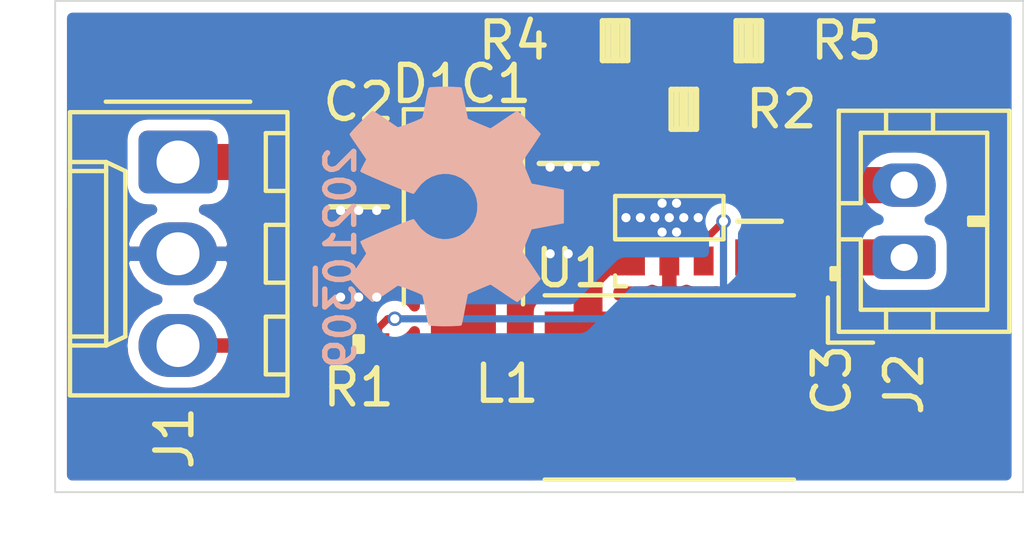
<source format=kicad_pcb>
(kicad_pcb (version 20171130) (host pcbnew 5.1.9-73d0e3b20d~88~ubuntu20.10.1)

  (general
    (thickness 1.6)
    (drawings 4)
    (tracks 74)
    (zones 0)
    (modules 14)
    (nets 9)
  )

  (page A4)
  (layers
    (0 F.Cu signal)
    (31 B.Cu signal)
    (32 B.Adhes user)
    (33 F.Adhes user)
    (34 B.Paste user)
    (35 F.Paste user)
    (36 B.SilkS user)
    (37 F.SilkS user)
    (38 B.Mask user)
    (39 F.Mask user)
    (40 Dwgs.User user)
    (41 Cmts.User user)
    (42 Eco1.User user)
    (43 Eco2.User user)
    (44 Edge.Cuts user)
    (45 Margin user)
    (46 B.CrtYd user)
    (47 F.CrtYd user)
    (48 B.Fab user)
    (49 F.Fab user)
  )

  (setup
    (last_trace_width 0.6)
    (user_trace_width 0.2)
    (user_trace_width 0.3)
    (user_trace_width 0.4)
    (user_trace_width 0.6)
    (user_trace_width 0.8)
    (user_trace_width 1)
    (user_trace_width 1.2)
    (user_trace_width 1.4)
    (user_trace_width 1.6)
    (user_trace_width 2)
    (trace_clearance 0.2)
    (zone_clearance 0.3)
    (zone_45_only no)
    (trace_min 0.1524)
    (via_size 0.8)
    (via_drill 0.4)
    (via_min_size 0.381)
    (via_min_drill 0.254)
    (user_via 0.4 0.254)
    (user_via 0.5 0.3)
    (user_via 0.6 0.4)
    (user_via 0.8 0.6)
    (user_via 1.1 0.8)
    (user_via 1.3 1)
    (user_via 1.5 1.2)
    (user_via 1.7 1.4)
    (user_via 1.9 1.6)
    (user_via 2.5 2)
    (uvia_size 0.3)
    (uvia_drill 0.1)
    (uvias_allowed no)
    (uvia_min_size 0.2)
    (uvia_min_drill 0.1)
    (edge_width 0.05)
    (segment_width 0.2)
    (pcb_text_width 0.3)
    (pcb_text_size 1.5 1.5)
    (mod_edge_width 0.12)
    (mod_text_size 0.8 0.8)
    (mod_text_width 0.12)
    (pad_size 0.55 0.8)
    (pad_drill 0)
    (pad_to_mask_clearance 0.0762)
    (solder_mask_min_width 0.1016)
    (pad_to_paste_clearance_ratio -0.1)
    (aux_axis_origin 0 0)
    (visible_elements FFFFFF7F)
    (pcbplotparams
      (layerselection 0x010fc_ffffffff)
      (usegerberextensions false)
      (usegerberattributes true)
      (usegerberadvancedattributes true)
      (creategerberjobfile true)
      (excludeedgelayer true)
      (linewidth 0.100000)
      (plotframeref false)
      (viasonmask false)
      (mode 1)
      (useauxorigin false)
      (hpglpennumber 1)
      (hpglpenspeed 20)
      (hpglpendiameter 15.000000)
      (psnegative false)
      (psa4output false)
      (plotreference true)
      (plotvalue true)
      (plotinvisibletext false)
      (padsonsilk false)
      (subtractmaskfromsilk false)
      (outputformat 1)
      (mirror false)
      (drillshape 1)
      (scaleselection 1)
      (outputdirectory ""))
  )

  (net 0 "")
  (net 1 /GND)
  (net 2 /Vin)
  (net 3 /LED-)
  (net 4 /LED+)
  (net 5 /SW)
  (net 6 /Ctrl)
  (net 7 "Net-(R1-Pad1)")
  (net 8 "Net-(R4-Pad1)")

  (net_class Default "This is the default net class."
    (clearance 0.2)
    (trace_width 0.25)
    (via_dia 0.8)
    (via_drill 0.4)
    (uvia_dia 0.3)
    (uvia_drill 0.1)
    (add_net /Ctrl)
    (add_net /GND)
    (add_net /LED+)
    (add_net /LED-)
    (add_net /SW)
    (add_net /Vin)
    (add_net "Net-(R1-Pad1)")
    (add_net "Net-(R4-Pad1)")
  )

  (module SquantorIC:SOT25-diodesinc (layer F.Cu) (tedit 604A7F16) (tstamp 6049AD6F)
    (at 156 77)
    (descr "SOT25 by Diodes Incorporated")
    (tags "SOT25 diodesinc")
    (path /6047CB05)
    (attr smd)
    (fp_text reference U1 (at -2.7 1.4) (layer F.SilkS)
      (effects (font (size 1 1) (thickness 0.15)))
    )
    (fp_text value AL8805 (at -3 1.4) (layer F.Fab)
      (effects (font (size 1 1) (thickness 0.15)))
    )
    (fp_line (start -1.5 -0.6) (end 1.5 -0.6) (layer F.SilkS) (width 0.12))
    (fp_line (start -1.5 0.6) (end -1.5 -0.6) (layer F.SilkS) (width 0.12))
    (fp_line (start 1.5 0.6) (end -1.5 0.6) (layer F.SilkS) (width 0.12))
    (fp_line (start 1.5 -0.6) (end 1.5 0.6) (layer F.SilkS) (width 0.12))
    (fp_line (start -1.5 1.9) (end -1.2 1.9) (layer F.SilkS) (width 0.12))
    (fp_line (start -1.5 1.6) (end -1.5 1.9) (layer F.SilkS) (width 0.12))
    (fp_line (start 1.5 -1.9) (end -1.5 -1.9) (layer F.CrtYd) (width 0.05))
    (fp_line (start 1.5 1.9) (end 1.5 -1.9) (layer F.CrtYd) (width 0.05))
    (fp_line (start -1.5 1.9) (end 1.5 1.9) (layer F.CrtYd) (width 0.05))
    (fp_line (start -1.5 -1.9) (end -1.5 1.9) (layer F.CrtYd) (width 0.05))
    (pad 5 smd rect (at -0.95 -1.2) (size 0.55 0.8) (layers F.Cu F.Paste F.Mask)
      (net 2 /Vin))
    (pad 4 smd rect (at 0.95 -1.2) (size 0.55 0.8) (layers F.Cu F.Paste F.Mask)
      (net 4 /LED+))
    (pad 3 smd rect (at 0.95 1.2) (size 0.55 0.8) (layers F.Cu F.Paste F.Mask)
      (net 7 "Net-(R1-Pad1)"))
    (pad 2 smd rect (at 0 1.2) (size 0.55 0.8) (layers F.Cu F.Paste F.Mask)
      (net 1 /GND) (zone_connect 2))
    (pad 1 smd rect (at -0.95 1.2) (size 0.55 0.8) (layers F.Cu F.Paste F.Mask)
      (net 5 /SW))
    (model ${KISYS3DMOD}/Package_TO_SOT_SMD.3dshapes/SOT-23-5.step
      (at (xyz 0 0 0))
      (scale (xyz 1 1 1))
      (rotate (xyz 0 0 -90))
    )
  )

  (module SquantorRcl:R_0805_hand (layer F.Cu) (tedit 5D4403EC) (tstamp 60482668)
    (at 158.2 72.1)
    (descr "Resistor SMD 0805, reflow soldering, Vishay (see dcrcw.pdf)")
    (tags "resistor 0805")
    (path /6047F2F3)
    (attr smd)
    (fp_text reference R5 (at 2.7 0) (layer F.SilkS)
      (effects (font (size 1 1) (thickness 0.15)))
    )
    (fp_text value TBD (at 2.8 0) (layer F.Fab)
      (effects (font (size 1 1) (thickness 0.15)))
    )
    (fp_line (start -1 0.625) (end -1 -0.625) (layer F.Fab) (width 0.1))
    (fp_line (start 1 0.625) (end -1 0.625) (layer F.Fab) (width 0.1))
    (fp_line (start 1 -0.625) (end 1 0.625) (layer F.Fab) (width 0.1))
    (fp_line (start -1 -0.625) (end 1 -0.625) (layer F.Fab) (width 0.1))
    (fp_line (start -1.85 -0.95) (end 1.85 -0.95) (layer F.CrtYd) (width 0.05))
    (fp_line (start -1.85 0.95) (end 1.85 0.95) (layer F.CrtYd) (width 0.05))
    (fp_line (start -1.85 -0.95) (end -1.85 0.95) (layer F.CrtYd) (width 0.05))
    (fp_line (start 1.85 -0.95) (end 1.85 0.95) (layer F.CrtYd) (width 0.05))
    (fp_line (start -0.35 -0.55) (end -0.35 0.55) (layer F.SilkS) (width 0.15))
    (fp_line (start 0.35 0.55) (end 0.35 -0.55) (layer F.SilkS) (width 0.15))
    (fp_line (start -0.35 -0.55) (end 0.35 -0.55) (layer F.SilkS) (width 0.15))
    (fp_line (start 0.35 -0.55) (end 0.35 0.55) (layer F.SilkS) (width 0.15))
    (fp_line (start 0.35 0.55) (end -0.35 0.55) (layer F.SilkS) (width 0.15))
    (fp_line (start -0.35 0.55) (end -0.15 0.55) (layer F.SilkS) (width 0.15))
    (fp_line (start -0.2 0.55) (end -0.2 -0.55) (layer F.SilkS) (width 0.15))
    (fp_line (start 0.2 -0.55) (end 0.2 0.55) (layer F.SilkS) (width 0.15))
    (fp_line (start 0.2 0.55) (end 0.1 0.55) (layer F.SilkS) (width 0.15))
    (fp_line (start -0.05 -0.55) (end -0.05 0.55) (layer F.SilkS) (width 0.15))
    (fp_line (start 0.05 0.55) (end 0.05 -0.55) (layer F.SilkS) (width 0.15))
    (pad 2 smd rect (at 1.1 0) (size 1 1.3) (layers F.Cu F.Paste F.Mask)
      (net 4 /LED+))
    (pad 1 smd rect (at -1.1 0) (size 1 1.3) (layers F.Cu F.Paste F.Mask)
      (net 8 "Net-(R4-Pad1)"))
    (model ${KISYS3DMOD}/Resistor_SMD.3dshapes/R_0805_2012Metric.step
      (at (xyz 0 0 0))
      (scale (xyz 1 1 1))
      (rotate (xyz 0 0 0))
    )
  )

  (module SquantorRcl:R_0805_hand (layer F.Cu) (tedit 5D4403EC) (tstamp 6048264F)
    (at 154.5 72.1 180)
    (descr "Resistor SMD 0805, reflow soldering, Vishay (see dcrcw.pdf)")
    (tags "resistor 0805")
    (path /6047EF13)
    (attr smd)
    (fp_text reference R4 (at 2.8 0) (layer F.SilkS)
      (effects (font (size 1 1) (thickness 0.15)))
    )
    (fp_text value TBD (at 3.1 0) (layer F.Fab)
      (effects (font (size 1 1) (thickness 0.15)))
    )
    (fp_line (start -1 0.625) (end -1 -0.625) (layer F.Fab) (width 0.1))
    (fp_line (start 1 0.625) (end -1 0.625) (layer F.Fab) (width 0.1))
    (fp_line (start 1 -0.625) (end 1 0.625) (layer F.Fab) (width 0.1))
    (fp_line (start -1 -0.625) (end 1 -0.625) (layer F.Fab) (width 0.1))
    (fp_line (start -1.85 -0.95) (end 1.85 -0.95) (layer F.CrtYd) (width 0.05))
    (fp_line (start -1.85 0.95) (end 1.85 0.95) (layer F.CrtYd) (width 0.05))
    (fp_line (start -1.85 -0.95) (end -1.85 0.95) (layer F.CrtYd) (width 0.05))
    (fp_line (start 1.85 -0.95) (end 1.85 0.95) (layer F.CrtYd) (width 0.05))
    (fp_line (start -0.35 -0.55) (end -0.35 0.55) (layer F.SilkS) (width 0.15))
    (fp_line (start 0.35 0.55) (end 0.35 -0.55) (layer F.SilkS) (width 0.15))
    (fp_line (start -0.35 -0.55) (end 0.35 -0.55) (layer F.SilkS) (width 0.15))
    (fp_line (start 0.35 -0.55) (end 0.35 0.55) (layer F.SilkS) (width 0.15))
    (fp_line (start 0.35 0.55) (end -0.35 0.55) (layer F.SilkS) (width 0.15))
    (fp_line (start -0.35 0.55) (end -0.15 0.55) (layer F.SilkS) (width 0.15))
    (fp_line (start -0.2 0.55) (end -0.2 -0.55) (layer F.SilkS) (width 0.15))
    (fp_line (start 0.2 -0.55) (end 0.2 0.55) (layer F.SilkS) (width 0.15))
    (fp_line (start 0.2 0.55) (end 0.1 0.55) (layer F.SilkS) (width 0.15))
    (fp_line (start -0.05 -0.55) (end -0.05 0.55) (layer F.SilkS) (width 0.15))
    (fp_line (start 0.05 0.55) (end 0.05 -0.55) (layer F.SilkS) (width 0.15))
    (pad 2 smd rect (at 1.1 0 180) (size 1 1.3) (layers F.Cu F.Paste F.Mask)
      (net 2 /Vin))
    (pad 1 smd rect (at -1.1 0 180) (size 1 1.3) (layers F.Cu F.Paste F.Mask)
      (net 8 "Net-(R4-Pad1)"))
    (model ${KISYS3DMOD}/Resistor_SMD.3dshapes/R_0805_2012Metric.step
      (at (xyz 0 0 0))
      (scale (xyz 1 1 1))
      (rotate (xyz 0 0 0))
    )
  )

  (module SquantorRcl:R_0805_hand (layer F.Cu) (tedit 5D4403EC) (tstamp 6048261D)
    (at 156.4 74)
    (descr "Resistor SMD 0805, reflow soldering, Vishay (see dcrcw.pdf)")
    (tags "resistor 0805")
    (path /6047D977)
    (attr smd)
    (fp_text reference R2 (at 2.7 0) (layer F.SilkS)
      (effects (font (size 1 1) (thickness 0.15)))
    )
    (fp_text value TBD (at 2.7 0) (layer F.Fab)
      (effects (font (size 1 1) (thickness 0.15)))
    )
    (fp_line (start -1 0.625) (end -1 -0.625) (layer F.Fab) (width 0.1))
    (fp_line (start 1 0.625) (end -1 0.625) (layer F.Fab) (width 0.1))
    (fp_line (start 1 -0.625) (end 1 0.625) (layer F.Fab) (width 0.1))
    (fp_line (start -1 -0.625) (end 1 -0.625) (layer F.Fab) (width 0.1))
    (fp_line (start -1.85 -0.95) (end 1.85 -0.95) (layer F.CrtYd) (width 0.05))
    (fp_line (start -1.85 0.95) (end 1.85 0.95) (layer F.CrtYd) (width 0.05))
    (fp_line (start -1.85 -0.95) (end -1.85 0.95) (layer F.CrtYd) (width 0.05))
    (fp_line (start 1.85 -0.95) (end 1.85 0.95) (layer F.CrtYd) (width 0.05))
    (fp_line (start -0.35 -0.55) (end -0.35 0.55) (layer F.SilkS) (width 0.15))
    (fp_line (start 0.35 0.55) (end 0.35 -0.55) (layer F.SilkS) (width 0.15))
    (fp_line (start -0.35 -0.55) (end 0.35 -0.55) (layer F.SilkS) (width 0.15))
    (fp_line (start 0.35 -0.55) (end 0.35 0.55) (layer F.SilkS) (width 0.15))
    (fp_line (start 0.35 0.55) (end -0.35 0.55) (layer F.SilkS) (width 0.15))
    (fp_line (start -0.35 0.55) (end -0.15 0.55) (layer F.SilkS) (width 0.15))
    (fp_line (start -0.2 0.55) (end -0.2 -0.55) (layer F.SilkS) (width 0.15))
    (fp_line (start 0.2 -0.55) (end 0.2 0.55) (layer F.SilkS) (width 0.15))
    (fp_line (start 0.2 0.55) (end 0.1 0.55) (layer F.SilkS) (width 0.15))
    (fp_line (start -0.05 -0.55) (end -0.05 0.55) (layer F.SilkS) (width 0.15))
    (fp_line (start 0.05 0.55) (end 0.05 -0.55) (layer F.SilkS) (width 0.15))
    (pad 2 smd rect (at 1.1 0) (size 1 1.3) (layers F.Cu F.Paste F.Mask)
      (net 4 /LED+))
    (pad 1 smd rect (at -1.1 0) (size 1 1.3) (layers F.Cu F.Paste F.Mask)
      (net 2 /Vin))
    (model ${KISYS3DMOD}/Resistor_SMD.3dshapes/R_0805_2012Metric.step
      (at (xyz 0 0 0))
      (scale (xyz 1 1 1))
      (rotate (xyz 0 0 0))
    )
  )

  (module SquantorRcl:R_0402_hand (layer F.Cu) (tedit 5D440136) (tstamp 60482604)
    (at 147.4 80.5 180)
    (descr "Resistor SMD 0402, reflow soldering, Vishay (see dcrcw.pdf)")
    (tags "resistor 0402")
    (path /604998B4)
    (attr smd)
    (fp_text reference R1 (at 0 -1.2) (layer F.SilkS)
      (effects (font (size 1 1) (thickness 0.15)))
    )
    (fp_text value 100 (at 0 -1.2) (layer F.Fab)
      (effects (font (size 1 1) (thickness 0.15)))
    )
    (fp_line (start -0.5 0.25) (end -0.5 -0.25) (layer F.Fab) (width 0.1))
    (fp_line (start 0.5 0.25) (end -0.5 0.25) (layer F.Fab) (width 0.1))
    (fp_line (start 0.5 -0.25) (end 0.5 0.25) (layer F.Fab) (width 0.1))
    (fp_line (start -0.5 -0.25) (end 0.5 -0.25) (layer F.Fab) (width 0.1))
    (fp_line (start -1.1 -0.55) (end 1.1 -0.55) (layer F.CrtYd) (width 0.05))
    (fp_line (start -1.1 0.55) (end 1.1 0.55) (layer F.CrtYd) (width 0.05))
    (fp_line (start -1.1 -0.55) (end -1.1 0.55) (layer F.CrtYd) (width 0.05))
    (fp_line (start 1.1 -0.55) (end 1.1 0.55) (layer F.CrtYd) (width 0.05))
    (fp_line (start -0.1 -0.2) (end 0.1 -0.2) (layer F.SilkS) (width 0.15))
    (fp_line (start 0.1 -0.2) (end 0.1 0.2) (layer F.SilkS) (width 0.15))
    (fp_line (start 0.1 0.2) (end -0.1 0.2) (layer F.SilkS) (width 0.15))
    (fp_line (start -0.1 0.2) (end -0.1 -0.2) (layer F.SilkS) (width 0.15))
    (fp_line (start 0 -0.2) (end 0 0.2) (layer F.SilkS) (width 0.15))
    (pad 2 smd rect (at 0.55 0 180) (size 0.6 0.6) (layers F.Cu F.Paste F.Mask)
      (net 6 /Ctrl))
    (pad 1 smd rect (at -0.55 0 180) (size 0.6 0.6) (layers F.Cu F.Paste F.Mask)
      (net 7 "Net-(R1-Pad1)"))
    (model ${KISYS3DMOD}/Resistor_SMD.3dshapes/R_0402_1005Metric.step
      (at (xyz 0 0 0))
      (scale (xyz 1 1 1))
      (rotate (xyz 0 0 0))
    )
  )

  (module Inductor_SMD:L_Taiyo-Yuden_NR-50xx_HandSoldering (layer F.Cu) (tedit 5990349D) (tstamp 604828E3)
    (at 156 81.7 180)
    (descr "Inductor, Taiyo Yuden, NR series, Taiyo-Yuden_NR-50xx, 4.9mmx4.9mm")
    (tags "inductor taiyo-yuden nr smd")
    (path /60493522)
    (attr smd)
    (fp_text reference L1 (at 4.5 0.1) (layer F.SilkS)
      (effects (font (size 1 1) (thickness 0.15)))
    )
    (fp_text value 33u (at 4.3 0.1) (layer F.Fab)
      (effects (font (size 1 1) (thickness 0.15)))
    )
    (fp_line (start -2.45 0) (end -2.45 -1.65) (layer F.Fab) (width 0.1))
    (fp_line (start -2.45 -1.65) (end -1.65 -2.45) (layer F.Fab) (width 0.1))
    (fp_line (start -1.65 -2.45) (end 0 -2.45) (layer F.Fab) (width 0.1))
    (fp_line (start 2.45 0) (end 2.45 -1.65) (layer F.Fab) (width 0.1))
    (fp_line (start 2.45 -1.65) (end 1.65 -2.45) (layer F.Fab) (width 0.1))
    (fp_line (start 1.65 -2.45) (end 0 -2.45) (layer F.Fab) (width 0.1))
    (fp_line (start 2.45 0) (end 2.45 1.65) (layer F.Fab) (width 0.1))
    (fp_line (start 2.45 1.65) (end 1.65 2.45) (layer F.Fab) (width 0.1))
    (fp_line (start 1.65 2.45) (end 0 2.45) (layer F.Fab) (width 0.1))
    (fp_line (start -2.45 0) (end -2.45 1.65) (layer F.Fab) (width 0.1))
    (fp_line (start -2.45 1.65) (end -1.65 2.45) (layer F.Fab) (width 0.1))
    (fp_line (start -1.65 2.45) (end 0 2.45) (layer F.Fab) (width 0.1))
    (fp_line (start -3.45 -2.55) (end 3.45 -2.55) (layer F.SilkS) (width 0.12))
    (fp_line (start -3.45 2.55) (end 3.45 2.55) (layer F.SilkS) (width 0.12))
    (fp_line (start -3.75 -2.75) (end -3.75 2.75) (layer F.CrtYd) (width 0.05))
    (fp_line (start -3.75 2.75) (end 3.75 2.75) (layer F.CrtYd) (width 0.05))
    (fp_line (start 3.75 2.75) (end 3.75 -2.75) (layer F.CrtYd) (width 0.05))
    (fp_line (start 3.75 -2.75) (end -3.75 -2.75) (layer F.CrtYd) (width 0.05))
    (fp_text user %R (at 0 0) (layer F.Fab)
      (effects (font (size 1 1) (thickness 0.15)))
    )
    (pad 2 smd rect (at 2.25 0 180) (size 2.4 4.2) (layers F.Cu F.Paste F.Mask)
      (net 5 /SW))
    (pad 1 smd rect (at -2.25 0 180) (size 2.4 4.2) (layers F.Cu F.Paste F.Mask)
      (net 3 /LED-))
    (model ${KISYS3DMOD}/Inductor_SMD.3dshapes/L_Taiyo-Yuden_NR-50xx.wrl
      (at (xyz 0 0 0))
      (scale (xyz 1 1 1))
      (rotate (xyz 0 0 0))
    )
  )

  (module Connector_JST:JST_PH_B2B-PH-K_1x02_P2.00mm_Vertical (layer F.Cu) (tedit 5B7745C2) (tstamp 604825CC)
    (at 162.5 78.1 90)
    (descr "JST PH series connector, B2B-PH-K (http://www.jst-mfg.com/product/pdf/eng/ePH.pdf), generated with kicad-footprint-generator")
    (tags "connector JST PH side entry")
    (path /604699EE)
    (fp_text reference J2 (at -3.5 0 90) (layer F.SilkS)
      (effects (font (size 1 1) (thickness 0.15)))
    )
    (fp_text value Conn_01x02 (at -3.6 0 90) (layer F.Fab)
      (effects (font (size 1 1) (thickness 0.15)))
    )
    (fp_line (start -2.06 -1.81) (end -2.06 2.91) (layer F.SilkS) (width 0.12))
    (fp_line (start -2.06 2.91) (end 4.06 2.91) (layer F.SilkS) (width 0.12))
    (fp_line (start 4.06 2.91) (end 4.06 -1.81) (layer F.SilkS) (width 0.12))
    (fp_line (start 4.06 -1.81) (end -2.06 -1.81) (layer F.SilkS) (width 0.12))
    (fp_line (start -0.3 -1.81) (end -0.3 -2.01) (layer F.SilkS) (width 0.12))
    (fp_line (start -0.3 -2.01) (end -0.6 -2.01) (layer F.SilkS) (width 0.12))
    (fp_line (start -0.6 -2.01) (end -0.6 -1.81) (layer F.SilkS) (width 0.12))
    (fp_line (start -0.3 -1.91) (end -0.6 -1.91) (layer F.SilkS) (width 0.12))
    (fp_line (start 0.5 -1.81) (end 0.5 -1.2) (layer F.SilkS) (width 0.12))
    (fp_line (start 0.5 -1.2) (end -1.45 -1.2) (layer F.SilkS) (width 0.12))
    (fp_line (start -1.45 -1.2) (end -1.45 2.3) (layer F.SilkS) (width 0.12))
    (fp_line (start -1.45 2.3) (end 3.45 2.3) (layer F.SilkS) (width 0.12))
    (fp_line (start 3.45 2.3) (end 3.45 -1.2) (layer F.SilkS) (width 0.12))
    (fp_line (start 3.45 -1.2) (end 1.5 -1.2) (layer F.SilkS) (width 0.12))
    (fp_line (start 1.5 -1.2) (end 1.5 -1.81) (layer F.SilkS) (width 0.12))
    (fp_line (start -2.06 -0.5) (end -1.45 -0.5) (layer F.SilkS) (width 0.12))
    (fp_line (start -2.06 0.8) (end -1.45 0.8) (layer F.SilkS) (width 0.12))
    (fp_line (start 4.06 -0.5) (end 3.45 -0.5) (layer F.SilkS) (width 0.12))
    (fp_line (start 4.06 0.8) (end 3.45 0.8) (layer F.SilkS) (width 0.12))
    (fp_line (start 0.9 2.3) (end 0.9 1.8) (layer F.SilkS) (width 0.12))
    (fp_line (start 0.9 1.8) (end 1.1 1.8) (layer F.SilkS) (width 0.12))
    (fp_line (start 1.1 1.8) (end 1.1 2.3) (layer F.SilkS) (width 0.12))
    (fp_line (start 1 2.3) (end 1 1.8) (layer F.SilkS) (width 0.12))
    (fp_line (start -1.11 -2.11) (end -2.36 -2.11) (layer F.SilkS) (width 0.12))
    (fp_line (start -2.36 -2.11) (end -2.36 -0.86) (layer F.SilkS) (width 0.12))
    (fp_line (start -1.11 -2.11) (end -2.36 -2.11) (layer F.Fab) (width 0.1))
    (fp_line (start -2.36 -2.11) (end -2.36 -0.86) (layer F.Fab) (width 0.1))
    (fp_line (start -1.95 -1.7) (end -1.95 2.8) (layer F.Fab) (width 0.1))
    (fp_line (start -1.95 2.8) (end 3.95 2.8) (layer F.Fab) (width 0.1))
    (fp_line (start 3.95 2.8) (end 3.95 -1.7) (layer F.Fab) (width 0.1))
    (fp_line (start 3.95 -1.7) (end -1.95 -1.7) (layer F.Fab) (width 0.1))
    (fp_line (start -2.45 -2.2) (end -2.45 3.3) (layer F.CrtYd) (width 0.05))
    (fp_line (start -2.45 3.3) (end 4.45 3.3) (layer F.CrtYd) (width 0.05))
    (fp_line (start 4.45 3.3) (end 4.45 -2.2) (layer F.CrtYd) (width 0.05))
    (fp_line (start 4.45 -2.2) (end -2.45 -2.2) (layer F.CrtYd) (width 0.05))
    (fp_text user %R (at 1 1.5 90) (layer F.Fab)
      (effects (font (size 1 1) (thickness 0.15)))
    )
    (pad 2 thru_hole oval (at 2 0 90) (size 1.2 1.75) (drill 0.75) (layers *.Cu *.Mask)
      (net 4 /LED+))
    (pad 1 thru_hole roundrect (at 0 0 90) (size 1.2 1.75) (drill 0.75) (layers *.Cu *.Mask) (roundrect_rratio 0.208333)
      (net 3 /LED-))
    (model ${KISYS3DMOD}/Connector_JST.3dshapes/JST_PH_B2B-PH-K_1x02_P2.00mm_Vertical.wrl
      (at (xyz 0 0 0))
      (scale (xyz 1 1 1))
      (rotate (xyz 0 0 0))
    )
  )

  (module Connector_Molex:Molex_KK-254_AE-6410-03A_1x03_P2.54mm_Vertical (layer F.Cu) (tedit 5EA53D3B) (tstamp 604825A2)
    (at 142.4 75.46 270)
    (descr "Molex KK-254 Interconnect System, old/engineering part number: AE-6410-03A example for new part number: 22-27-2031, 3 Pins (http://www.molex.com/pdm_docs/sd/022272021_sd.pdf), generated with kicad-footprint-generator")
    (tags "connector Molex KK-254 vertical")
    (path /604682E0)
    (fp_text reference J1 (at 7.64 0.1 90) (layer F.SilkS)
      (effects (font (size 1 1) (thickness 0.15)))
    )
    (fp_text value Conn_01x03 (at 2.54 4.08 90) (layer F.Fab)
      (effects (font (size 1 1) (thickness 0.15)))
    )
    (fp_line (start -1.27 -2.92) (end -1.27 2.88) (layer F.Fab) (width 0.1))
    (fp_line (start -1.27 2.88) (end 6.35 2.88) (layer F.Fab) (width 0.1))
    (fp_line (start 6.35 2.88) (end 6.35 -2.92) (layer F.Fab) (width 0.1))
    (fp_line (start 6.35 -2.92) (end -1.27 -2.92) (layer F.Fab) (width 0.1))
    (fp_line (start -1.38 -3.03) (end -1.38 2.99) (layer F.SilkS) (width 0.12))
    (fp_line (start -1.38 2.99) (end 6.46 2.99) (layer F.SilkS) (width 0.12))
    (fp_line (start 6.46 2.99) (end 6.46 -3.03) (layer F.SilkS) (width 0.12))
    (fp_line (start 6.46 -3.03) (end -1.38 -3.03) (layer F.SilkS) (width 0.12))
    (fp_line (start -1.67 -2) (end -1.67 2) (layer F.SilkS) (width 0.12))
    (fp_line (start -1.27 -0.5) (end -0.562893 0) (layer F.Fab) (width 0.1))
    (fp_line (start -0.562893 0) (end -1.27 0.5) (layer F.Fab) (width 0.1))
    (fp_line (start 0 2.99) (end 0 1.99) (layer F.SilkS) (width 0.12))
    (fp_line (start 0 1.99) (end 5.08 1.99) (layer F.SilkS) (width 0.12))
    (fp_line (start 5.08 1.99) (end 5.08 2.99) (layer F.SilkS) (width 0.12))
    (fp_line (start 0 1.99) (end 0.25 1.46) (layer F.SilkS) (width 0.12))
    (fp_line (start 0.25 1.46) (end 4.83 1.46) (layer F.SilkS) (width 0.12))
    (fp_line (start 4.83 1.46) (end 5.08 1.99) (layer F.SilkS) (width 0.12))
    (fp_line (start 0.25 2.99) (end 0.25 1.99) (layer F.SilkS) (width 0.12))
    (fp_line (start 4.83 2.99) (end 4.83 1.99) (layer F.SilkS) (width 0.12))
    (fp_line (start -0.8 -3.03) (end -0.8 -2.43) (layer F.SilkS) (width 0.12))
    (fp_line (start -0.8 -2.43) (end 0.8 -2.43) (layer F.SilkS) (width 0.12))
    (fp_line (start 0.8 -2.43) (end 0.8 -3.03) (layer F.SilkS) (width 0.12))
    (fp_line (start 1.74 -3.03) (end 1.74 -2.43) (layer F.SilkS) (width 0.12))
    (fp_line (start 1.74 -2.43) (end 3.34 -2.43) (layer F.SilkS) (width 0.12))
    (fp_line (start 3.34 -2.43) (end 3.34 -3.03) (layer F.SilkS) (width 0.12))
    (fp_line (start 4.28 -3.03) (end 4.28 -2.43) (layer F.SilkS) (width 0.12))
    (fp_line (start 4.28 -2.43) (end 5.88 -2.43) (layer F.SilkS) (width 0.12))
    (fp_line (start 5.88 -2.43) (end 5.88 -3.03) (layer F.SilkS) (width 0.12))
    (fp_line (start -1.77 -3.42) (end -1.77 3.38) (layer F.CrtYd) (width 0.05))
    (fp_line (start -1.77 3.38) (end 6.85 3.38) (layer F.CrtYd) (width 0.05))
    (fp_line (start 6.85 3.38) (end 6.85 -3.42) (layer F.CrtYd) (width 0.05))
    (fp_line (start 6.85 -3.42) (end -1.77 -3.42) (layer F.CrtYd) (width 0.05))
    (fp_text user %R (at 2.54 -2.22 90) (layer F.Fab)
      (effects (font (size 1 1) (thickness 0.15)))
    )
    (pad 3 thru_hole oval (at 5.08 0 270) (size 1.74 2.19) (drill 1.19) (layers *.Cu *.Mask)
      (net 6 /Ctrl))
    (pad 2 thru_hole oval (at 2.54 0 270) (size 1.74 2.19) (drill 1.19) (layers *.Cu *.Mask)
      (net 1 /GND))
    (pad 1 thru_hole roundrect (at 0 0 270) (size 1.74 2.19) (drill 1.19) (layers *.Cu *.Mask) (roundrect_rratio 0.143678)
      (net 2 /Vin))
    (model ${KISYS3DMOD}/Connector_Molex.3dshapes/Molex_KK-254_AE-6410-03A_1x03_P2.54mm_Vertical.wrl
      (at (xyz 0 0 0))
      (scale (xyz 1 1 1))
      (rotate (xyz 0 0 0))
    )
  )

  (module Diode_SMD:D_SMA (layer F.Cu) (tedit 586432E5) (tstamp 6048257A)
    (at 150.3 77.4 270)
    (descr "Diode SMA (DO-214AC)")
    (tags "Diode SMA (DO-214AC)")
    (path /60495829)
    (attr smd)
    (fp_text reference D1 (at -4.1 1 180) (layer F.SilkS)
      (effects (font (size 1 1) (thickness 0.15)))
    )
    (fp_text value B240 (at -4.1 1 180) (layer F.Fab)
      (effects (font (size 1 1) (thickness 0.15)))
    )
    (fp_line (start -3.4 -1.65) (end -3.4 1.65) (layer F.SilkS) (width 0.12))
    (fp_line (start 2.3 1.5) (end -2.3 1.5) (layer F.Fab) (width 0.1))
    (fp_line (start -2.3 1.5) (end -2.3 -1.5) (layer F.Fab) (width 0.1))
    (fp_line (start 2.3 -1.5) (end 2.3 1.5) (layer F.Fab) (width 0.1))
    (fp_line (start 2.3 -1.5) (end -2.3 -1.5) (layer F.Fab) (width 0.1))
    (fp_line (start -3.5 -1.75) (end 3.5 -1.75) (layer F.CrtYd) (width 0.05))
    (fp_line (start 3.5 -1.75) (end 3.5 1.75) (layer F.CrtYd) (width 0.05))
    (fp_line (start 3.5 1.75) (end -3.5 1.75) (layer F.CrtYd) (width 0.05))
    (fp_line (start -3.5 1.75) (end -3.5 -1.75) (layer F.CrtYd) (width 0.05))
    (fp_line (start -0.64944 0.00102) (end -1.55114 0.00102) (layer F.Fab) (width 0.1))
    (fp_line (start 0.50118 0.00102) (end 1.4994 0.00102) (layer F.Fab) (width 0.1))
    (fp_line (start -0.64944 -0.79908) (end -0.64944 0.80112) (layer F.Fab) (width 0.1))
    (fp_line (start 0.50118 0.75032) (end 0.50118 -0.79908) (layer F.Fab) (width 0.1))
    (fp_line (start -0.64944 0.00102) (end 0.50118 0.75032) (layer F.Fab) (width 0.1))
    (fp_line (start -0.64944 0.00102) (end 0.50118 -0.79908) (layer F.Fab) (width 0.1))
    (fp_line (start -3.4 1.65) (end 2 1.65) (layer F.SilkS) (width 0.12))
    (fp_line (start -3.4 -1.65) (end 2 -1.65) (layer F.SilkS) (width 0.12))
    (fp_text user %R (at 0 -2.5 90) (layer F.Fab)
      (effects (font (size 1 1) (thickness 0.15)))
    )
    (pad 2 smd rect (at 2 0 270) (size 2.5 1.8) (layers F.Cu F.Paste F.Mask)
      (net 5 /SW))
    (pad 1 smd rect (at -2 0 270) (size 2.5 1.8) (layers F.Cu F.Paste F.Mask)
      (net 2 /Vin))
    (model ${KISYS3DMOD}/Diode_SMD.3dshapes/D_SMA.wrl
      (at (xyz 0 0 0))
      (scale (xyz 1 1 1))
      (rotate (xyz 0 0 0))
    )
  )

  (module SquantorRcl:C_0805 (layer F.Cu) (tedit 5D87C73D) (tstamp 60482562)
    (at 158.5 77.1 270)
    (descr "Capacitor SMD 0805, reflow soldering, AVX (see smccp.pdf)")
    (tags "capacitor 0805")
    (path /6049092B)
    (attr smd)
    (fp_text reference C3 (at 4.4 -2 90) (layer F.SilkS)
      (effects (font (size 1 1) (thickness 0.15)))
    )
    (fp_text value 1u (at 4.4 -2 90) (layer F.Fab)
      (effects (font (size 1 1) (thickness 0.15)))
    )
    (fp_line (start -0.9 0.625) (end -0.9 -0.625) (layer F.Fab) (width 0.1))
    (fp_line (start 0.9 0.625) (end -0.9 0.625) (layer F.Fab) (width 0.1))
    (fp_line (start 0.9 -0.625) (end 0.9 0.625) (layer F.Fab) (width 0.1))
    (fp_line (start -0.9 -0.625) (end 0.9 -0.625) (layer F.Fab) (width 0.1))
    (fp_line (start -1.75 -0.95) (end 1.75 -0.95) (layer F.CrtYd) (width 0.05))
    (fp_line (start -1.75 0.95) (end 1.75 0.95) (layer F.CrtYd) (width 0.05))
    (fp_line (start -1.75 -0.95) (end -1.75 0.95) (layer F.CrtYd) (width 0.05))
    (fp_line (start 1.75 -0.95) (end 1.75 0.95) (layer F.CrtYd) (width 0.05))
    (fp_line (start 0 -0.6) (end 0 0.6) (layer F.SilkS) (width 0.15))
    (pad 2 smd rect (at 1 0 270) (size 1 1.35) (layers F.Cu F.Paste F.Mask)
      (net 3 /LED-))
    (pad 1 smd rect (at -1 0 270) (size 1 1.35) (layers F.Cu F.Paste F.Mask)
      (net 4 /LED+))
    (model ${KISYS3DMOD}/Capacitor_SMD.3dshapes/C_0805_2012Metric.step
      (at (xyz 0 0 0))
      (scale (xyz 1 1 1))
      (rotate (xyz 0 0 0))
    )
  )

  (module SquantorRcl:C_1206_0805 (layer F.Cu) (tedit 604A7D20) (tstamp 604A7F39)
    (at 147.4 76.7 270)
    (descr "Capacitor SMD 1206 and 0805")
    (tags "capacitor 1206&0805 dual footprint")
    (path /604A3FF9)
    (attr smd)
    (fp_text reference C2 (at -2.9 0 180) (layer F.SilkS)
      (effects (font (size 1 1) (thickness 0.15)))
    )
    (fp_text value 10u (at -2.9 0 180) (layer F.Fab)
      (effects (font (size 1 1) (thickness 0.15)))
    )
    (fp_line (start 0 -0.8) (end 0 0.8) (layer F.SilkS) (width 0.15))
    (fp_line (start 2.3 -1.15) (end 2.3 1.15) (layer F.CrtYd) (width 0.05))
    (fp_line (start -2.3 -1.15) (end -2.3 1.15) (layer F.CrtYd) (width 0.05))
    (fp_line (start -2.3 1.15) (end 2.3 1.15) (layer F.CrtYd) (width 0.05))
    (fp_line (start -2.3 -1.15) (end 2.3 -1.15) (layer F.CrtYd) (width 0.05))
    (fp_line (start -1.6 -0.8) (end 1.6 -0.8) (layer F.Fab) (width 0.15))
    (fp_line (start 1.6 -0.8) (end 1.6 0.8) (layer F.Fab) (width 0.15))
    (fp_line (start 1.6 0.8) (end -1.6 0.8) (layer F.Fab) (width 0.15))
    (fp_line (start -1.6 0.8) (end -1.6 -0.8) (layer F.Fab) (width 0.15))
    (pad 2 smd rect (at 1.25 0 270) (size 1.5 1.6) (layers F.Cu F.Paste F.Mask)
      (net 1 /GND) (zone_connect 2))
    (pad 1 smd rect (at -1.25 0 270) (size 1.5 1.6) (layers F.Cu F.Paste F.Mask)
      (net 2 /Vin))
    (model ${KISYS3DMOD}/Capacitor_SMD.3dshapes/C_1206_3216Metric.step
      (at (xyz 0 0 0))
      (scale (xyz 1 1 1))
      (rotate (xyz 0 0 0))
    )
  )

  (module SquantorRcl:C_1206_0805 (layer F.Cu) (tedit 604A7D16) (tstamp 60482544)
    (at 153.2 75.5 270)
    (descr "Capacitor SMD 1206 and 0805")
    (tags "capacitor 1206&0805 dual footprint")
    (path /604A30B6)
    (attr smd)
    (fp_text reference C1 (at -2.2 2 180) (layer F.SilkS)
      (effects (font (size 1 1) (thickness 0.15)))
    )
    (fp_text value 10u (at -2.1 2 180) (layer F.Fab)
      (effects (font (size 1 1) (thickness 0.15)))
    )
    (fp_line (start 0 -0.8) (end 0 0.8) (layer F.SilkS) (width 0.15))
    (fp_line (start 2.3 -1.15) (end 2.3 1.15) (layer F.CrtYd) (width 0.05))
    (fp_line (start -2.3 -1.15) (end -2.3 1.15) (layer F.CrtYd) (width 0.05))
    (fp_line (start -2.3 1.15) (end 2.3 1.15) (layer F.CrtYd) (width 0.05))
    (fp_line (start -2.3 -1.15) (end 2.3 -1.15) (layer F.CrtYd) (width 0.05))
    (fp_line (start -1.6 -0.8) (end 1.6 -0.8) (layer F.Fab) (width 0.15))
    (fp_line (start 1.6 -0.8) (end 1.6 0.8) (layer F.Fab) (width 0.15))
    (fp_line (start 1.6 0.8) (end -1.6 0.8) (layer F.Fab) (width 0.15))
    (fp_line (start -1.6 0.8) (end -1.6 -0.8) (layer F.Fab) (width 0.15))
    (pad 2 smd rect (at 1.25 0 270) (size 1.5 1.6) (layers F.Cu F.Paste F.Mask)
      (net 1 /GND) (zone_connect 2))
    (pad 1 smd rect (at -1.25 0 270) (size 1.5 1.6) (layers F.Cu F.Paste F.Mask)
      (net 2 /Vin))
    (model ${KISYS3DMOD}/Capacitor_SMD.3dshapes/C_1206_3216Metric.step
      (at (xyz 0 0 0))
      (scale (xyz 1 1 1))
      (rotate (xyz 0 0 0))
    )
  )

  (module Symbol:OSHW-Symbol_6.7x6mm_SilkScreen (layer B.Cu) (tedit 0) (tstamp 5EE12086)
    (at 150.1 76.7 90)
    (descr "Open Source Hardware Symbol")
    (tags "Logo Symbol OSHW")
    (path /5EE13678)
    (attr virtual)
    (fp_text reference N2 (at 0 0 90) (layer B.SilkS) hide
      (effects (font (size 1 1) (thickness 0.15)) (justify mirror))
    )
    (fp_text value OHWLOGO (at 0.75 0 90) (layer B.Fab) hide
      (effects (font (size 1 1) (thickness 0.15)) (justify mirror))
    )
    (fp_poly (pts (xy 0.555814 2.531069) (xy 0.639635 2.086445) (xy 0.94892 1.958947) (xy 1.258206 1.831449)
      (xy 1.629246 2.083754) (xy 1.733157 2.154004) (xy 1.827087 2.216728) (xy 1.906652 2.269062)
      (xy 1.96747 2.308143) (xy 2.005157 2.331107) (xy 2.015421 2.336058) (xy 2.03391 2.323324)
      (xy 2.07342 2.288118) (xy 2.129522 2.234938) (xy 2.197787 2.168282) (xy 2.273786 2.092646)
      (xy 2.353092 2.012528) (xy 2.431275 1.932426) (xy 2.503907 1.856836) (xy 2.566559 1.790255)
      (xy 2.614803 1.737182) (xy 2.64421 1.702113) (xy 2.651241 1.690377) (xy 2.641123 1.66874)
      (xy 2.612759 1.621338) (xy 2.569129 1.552807) (xy 2.513218 1.467785) (xy 2.448006 1.370907)
      (xy 2.410219 1.31565) (xy 2.341343 1.214752) (xy 2.28014 1.123701) (xy 2.229578 1.04703)
      (xy 2.192628 0.989272) (xy 2.172258 0.954957) (xy 2.169197 0.947746) (xy 2.176136 0.927252)
      (xy 2.195051 0.879487) (xy 2.223087 0.811168) (xy 2.257391 0.729011) (xy 2.295109 0.63973)
      (xy 2.333387 0.550042) (xy 2.36937 0.466662) (xy 2.400206 0.396306) (xy 2.423039 0.34569)
      (xy 2.435017 0.321529) (xy 2.435724 0.320578) (xy 2.454531 0.315964) (xy 2.504618 0.305672)
      (xy 2.580793 0.290713) (xy 2.677865 0.272099) (xy 2.790643 0.250841) (xy 2.856442 0.238582)
      (xy 2.97695 0.215638) (xy 3.085797 0.193805) (xy 3.177476 0.174278) (xy 3.246481 0.158252)
      (xy 3.287304 0.146921) (xy 3.295511 0.143326) (xy 3.303548 0.118994) (xy 3.310033 0.064041)
      (xy 3.31497 -0.015108) (xy 3.318364 -0.112026) (xy 3.320218 -0.220287) (xy 3.320538 -0.333465)
      (xy 3.319327 -0.445135) (xy 3.31659 -0.548868) (xy 3.312331 -0.638241) (xy 3.306555 -0.706826)
      (xy 3.299267 -0.748197) (xy 3.294895 -0.75681) (xy 3.268764 -0.767133) (xy 3.213393 -0.781892)
      (xy 3.136107 -0.799352) (xy 3.04423 -0.81778) (xy 3.012158 -0.823741) (xy 2.857524 -0.852066)
      (xy 2.735375 -0.874876) (xy 2.641673 -0.89308) (xy 2.572384 -0.907583) (xy 2.523471 -0.919292)
      (xy 2.490897 -0.929115) (xy 2.470628 -0.937956) (xy 2.458626 -0.946724) (xy 2.456947 -0.948457)
      (xy 2.440184 -0.976371) (xy 2.414614 -1.030695) (xy 2.382788 -1.104777) (xy 2.34726 -1.191965)
      (xy 2.310583 -1.285608) (xy 2.275311 -1.379052) (xy 2.243996 -1.465647) (xy 2.219193 -1.53874)
      (xy 2.203454 -1.591678) (xy 2.199332 -1.617811) (xy 2.199676 -1.618726) (xy 2.213641 -1.640086)
      (xy 2.245322 -1.687084) (xy 2.291391 -1.754827) (xy 2.348518 -1.838423) (xy 2.413373 -1.932982)
      (xy 2.431843 -1.959854) (xy 2.497699 -2.057275) (xy 2.55565 -2.146163) (xy 2.602538 -2.221412)
      (xy 2.635207 -2.27792) (xy 2.6505 -2.310581) (xy 2.651241 -2.314593) (xy 2.638392 -2.335684)
      (xy 2.602888 -2.377464) (xy 2.549293 -2.435445) (xy 2.482171 -2.505135) (xy 2.406087 -2.582045)
      (xy 2.325604 -2.661683) (xy 2.245287 -2.739561) (xy 2.169699 -2.811186) (xy 2.103405 -2.87207)
      (xy 2.050969 -2.917721) (xy 2.016955 -2.94365) (xy 2.007545 -2.947883) (xy 1.985643 -2.937912)
      (xy 1.9408 -2.91102) (xy 1.880321 -2.871736) (xy 1.833789 -2.840117) (xy 1.749475 -2.782098)
      (xy 1.649626 -2.713784) (xy 1.549473 -2.645579) (xy 1.495627 -2.609075) (xy 1.313371 -2.4858)
      (xy 1.160381 -2.56852) (xy 1.090682 -2.604759) (xy 1.031414 -2.632926) (xy 0.991311 -2.648991)
      (xy 0.981103 -2.651226) (xy 0.968829 -2.634722) (xy 0.944613 -2.588082) (xy 0.910263 -2.515609)
      (xy 0.867588 -2.421606) (xy 0.818394 -2.310374) (xy 0.76449 -2.186215) (xy 0.707684 -2.053432)
      (xy 0.649782 -1.916327) (xy 0.592593 -1.779202) (xy 0.537924 -1.646358) (xy 0.487584 -1.522098)
      (xy 0.44338 -1.410725) (xy 0.407119 -1.316539) (xy 0.380609 -1.243844) (xy 0.365658 -1.196941)
      (xy 0.363254 -1.180833) (xy 0.382311 -1.160286) (xy 0.424036 -1.126933) (xy 0.479706 -1.087702)
      (xy 0.484378 -1.084599) (xy 0.628264 -0.969423) (xy 0.744283 -0.835053) (xy 0.83143 -0.685784)
      (xy 0.888699 -0.525913) (xy 0.915086 -0.359737) (xy 0.909585 -0.191552) (xy 0.87119 -0.025655)
      (xy 0.798895 0.133658) (xy 0.777626 0.168513) (xy 0.666996 0.309263) (xy 0.536302 0.422286)
      (xy 0.390064 0.506997) (xy 0.232808 0.562806) (xy 0.069057 0.589126) (xy -0.096667 0.58537)
      (xy -0.259838 0.55095) (xy -0.415935 0.485277) (xy -0.560433 0.387765) (xy -0.605131 0.348187)
      (xy -0.718888 0.224297) (xy -0.801782 0.093876) (xy -0.858644 -0.052315) (xy -0.890313 -0.197088)
      (xy -0.898131 -0.35986) (xy -0.872062 -0.52344) (xy -0.814755 -0.682298) (xy -0.728856 -0.830906)
      (xy -0.617014 -0.963735) (xy -0.481877 -1.075256) (xy -0.464117 -1.087011) (xy -0.40785 -1.125508)
      (xy -0.365077 -1.158863) (xy -0.344628 -1.18016) (xy -0.344331 -1.180833) (xy -0.348721 -1.203871)
      (xy -0.366124 -1.256157) (xy -0.394732 -1.33339) (xy -0.432735 -1.431268) (xy -0.478326 -1.545491)
      (xy -0.529697 -1.671758) (xy -0.585038 -1.805767) (xy -0.642542 -1.943218) (xy -0.700399 -2.079808)
      (xy -0.756802 -2.211237) (xy -0.809942 -2.333205) (xy -0.85801 -2.441409) (xy -0.899199 -2.531549)
      (xy -0.931699 -2.599323) (xy -0.953703 -2.64043) (xy -0.962564 -2.651226) (xy -0.98964 -2.642819)
      (xy -1.040303 -2.620272) (xy -1.105817 -2.587613) (xy -1.141841 -2.56852) (xy -1.294832 -2.4858)
      (xy -1.477088 -2.609075) (xy -1.570125 -2.672228) (xy -1.671985 -2.741727) (xy -1.767438 -2.807165)
      (xy -1.81525 -2.840117) (xy -1.882495 -2.885273) (xy -1.939436 -2.921057) (xy -1.978646 -2.942938)
      (xy -1.991381 -2.947563) (xy -2.009917 -2.935085) (xy -2.050941 -2.900252) (xy -2.110475 -2.846678)
      (xy -2.184542 -2.777983) (xy -2.269165 -2.697781) (xy -2.322685 -2.646286) (xy -2.416319 -2.554286)
      (xy -2.497241 -2.471999) (xy -2.562177 -2.402945) (xy -2.607858 -2.350644) (xy -2.631011 -2.318616)
      (xy -2.633232 -2.312116) (xy -2.622924 -2.287394) (xy -2.594439 -2.237405) (xy -2.550937 -2.167212)
      (xy -2.495577 -2.081875) (xy -2.43152 -1.986456) (xy -2.413303 -1.959854) (xy -2.346927 -1.863167)
      (xy -2.287378 -1.776117) (xy -2.237984 -1.703595) (xy -2.202075 -1.650493) (xy -2.182981 -1.621703)
      (xy -2.181136 -1.618726) (xy -2.183895 -1.595782) (xy -2.198538 -1.545336) (xy -2.222513 -1.474041)
      (xy -2.253266 -1.388547) (xy -2.288244 -1.295507) (xy -2.324893 -1.201574) (xy -2.360661 -1.113399)
      (xy -2.392994 -1.037634) (xy -2.419338 -0.980931) (xy -2.437142 -0.949943) (xy -2.438407 -0.948457)
      (xy -2.449294 -0.939601) (xy -2.467682 -0.930843) (xy -2.497606 -0.921277) (xy -2.543103 -0.909996)
      (xy -2.608209 -0.896093) (xy -2.696961 -0.878663) (xy -2.813393 -0.856798) (xy -2.961542 -0.829591)
      (xy -2.993618 -0.823741) (xy -3.088686 -0.805374) (xy -3.171565 -0.787405) (xy -3.23493 -0.771569)
      (xy -3.271458 -0.7596) (xy -3.276356 -0.75681) (xy -3.284427 -0.732072) (xy -3.290987 -0.67679)
      (xy -3.296033 -0.597389) (xy -3.299559 -0.500296) (xy -3.301561 -0.391938) (xy -3.302036 -0.27874)
      (xy -3.300977 -0.167128) (xy -3.298382 -0.063529) (xy -3.294246 0.025632) (xy -3.288563 0.093928)
      (xy -3.281331 0.134934) (xy -3.276971 0.143326) (xy -3.252698 0.151792) (xy -3.197426 0.165565)
      (xy -3.116662 0.18345) (xy -3.015912 0.204252) (xy -2.900683 0.226777) (xy -2.837902 0.238582)
      (xy -2.718787 0.260849) (xy -2.612565 0.281021) (xy -2.524427 0.298085) (xy -2.459566 0.311031)
      (xy -2.423174 0.318845) (xy -2.417184 0.320578) (xy -2.407061 0.34011) (xy -2.385662 0.387157)
      (xy -2.355839 0.454997) (xy -2.320445 0.536909) (xy -2.282332 0.626172) (xy -2.244353 0.716065)
      (xy -2.20936 0.799865) (xy -2.180206 0.870853) (xy -2.159743 0.922306) (xy -2.150823 0.947503)
      (xy -2.150657 0.948604) (xy -2.160769 0.968481) (xy -2.189117 1.014223) (xy -2.232723 1.081283)
      (xy -2.288606 1.165116) (xy -2.353787 1.261174) (xy -2.391679 1.31635) (xy -2.460725 1.417519)
      (xy -2.52205 1.50937) (xy -2.572663 1.587256) (xy -2.609571 1.646531) (xy -2.629782 1.682549)
      (xy -2.632701 1.690623) (xy -2.620153 1.709416) (xy -2.585463 1.749543) (xy -2.533063 1.806507)
      (xy -2.467384 1.875815) (xy -2.392856 1.952969) (xy -2.313913 2.033475) (xy -2.234983 2.112837)
      (xy -2.1605 2.18656) (xy -2.094894 2.250148) (xy -2.042596 2.299106) (xy -2.008039 2.328939)
      (xy -1.996478 2.336058) (xy -1.977654 2.326047) (xy -1.932631 2.297922) (xy -1.865787 2.254546)
      (xy -1.781499 2.198782) (xy -1.684144 2.133494) (xy -1.610707 2.083754) (xy -1.239667 1.831449)
      (xy -0.621095 2.086445) (xy -0.537275 2.531069) (xy -0.453454 2.975693) (xy 0.471994 2.975693)
      (xy 0.555814 2.531069)) (layer B.SilkS) (width 0.01))
  )

  (module SquantorLabels:Label_Generic (layer B.Cu) (tedit 5D8A7D4C) (tstamp 5EE12051)
    (at 146.8 78.9 90)
    (descr "Label for general purpose use")
    (tags Label)
    (path /5EE12BF3)
    (attr smd)
    (fp_text reference N1 (at 0 -1.85 90) (layer B.Fab) hide
      (effects (font (size 1 1) (thickness 0.15)) (justify mirror))
    )
    (fp_text value 20210309 (at 0.8 0.1 90) (layer B.SilkS)
      (effects (font (size 0.8 0.8) (thickness 0.15)) (justify mirror))
    )
    (fp_line (start -0.5 -0.6) (end 0.5 -0.6) (layer B.SilkS) (width 0.15))
  )

  (gr_line (start 139 84.6) (end 139 71) (layer Edge.Cuts) (width 0.05) (tstamp 604A7EE6))
  (gr_line (start 165.8 84.6) (end 139 84.6) (layer Edge.Cuts) (width 0.05))
  (gr_line (start 165.8 71) (end 165.8 84.6) (layer Edge.Cuts) (width 0.05))
  (gr_line (start 139 71) (end 165.8 71) (layer Edge.Cuts) (width 0.05))

  (via (at 155.8 77.4) (size 0.4) (drill 0.254) (layers F.Cu B.Cu) (net 1))
  (via (at 156.2 77.4) (size 0.4) (drill 0.254) (layers F.Cu B.Cu) (net 1))
  (via (at 155.8 76.6) (size 0.4) (drill 0.254) (layers F.Cu B.Cu) (net 1))
  (via (at 156.2 76.6) (size 0.4) (drill 0.254) (layers F.Cu B.Cu) (net 1))
  (via (at 147.4 79.2) (size 0.4) (drill 0.254) (layers F.Cu B.Cu) (net 1))
  (via (at 147.9 79.2) (size 0.4) (drill 0.254) (layers F.Cu B.Cu) (net 1))
  (via (at 146.9 79.2) (size 0.4) (drill 0.254) (layers F.Cu B.Cu) (net 1))
  (via (at 156 77) (size 0.4) (drill 0.254) (layers F.Cu B.Cu) (net 1))
  (via (at 156.4 77) (size 0.4) (drill 0.254) (layers F.Cu B.Cu) (net 1))
  (via (at 155.6 77) (size 0.4) (drill 0.254) (layers F.Cu B.Cu) (net 1))
  (via (at 153.2 78) (size 0.4) (drill 0.254) (layers F.Cu B.Cu) (net 1) (tstamp 604A826C))
  (via (at 152.7 78) (size 0.4) (drill 0.254) (layers F.Cu B.Cu) (net 1) (tstamp 604A826E))
  (via (at 153.2 75.6) (size 0.4) (drill 0.254) (layers F.Cu B.Cu) (net 1) (tstamp 604A8270))
  (via (at 152.7 75.6) (size 0.4) (drill 0.254) (layers F.Cu B.Cu) (net 1) (tstamp 604A8272))
  (via (at 153.7 75.6) (size 0.4) (drill 0.254) (layers F.Cu B.Cu) (net 1) (tstamp 604A8274))
  (via (at 147.4 76.8) (size 0.4) (drill 0.254) (layers F.Cu B.Cu) (net 1) (tstamp 604A8277))
  (via (at 146.9 76.8) (size 0.4) (drill 0.254) (layers F.Cu B.Cu) (net 1) (tstamp 604A8279))
  (via (at 147.9 76.8) (size 0.4) (drill 0.254) (layers F.Cu B.Cu) (net 1) (tstamp 604A827B))
  (via (at 154.8 77) (size 0.4) (drill 0.254) (layers F.Cu B.Cu) (net 1))
  (via (at 155.2 77) (size 0.4) (drill 0.254) (layers F.Cu B.Cu) (net 1))
  (via (at 156.8 77) (size 0.4) (drill 0.254) (layers F.Cu B.Cu) (net 1) (tstamp 604A8425))
  (segment (start 147.4 75.45) (end 145.55 75.45) (width 1) (layer F.Cu) (net 2))
  (segment (start 145.54 75.46) (end 142.4 75.46) (width 1) (layer F.Cu) (net 2))
  (segment (start 145.55 75.45) (end 145.54 75.46) (width 1) (layer F.Cu) (net 2))
  (segment (start 147.4 75.45) (end 149.95 75.45) (width 1) (layer F.Cu) (net 2))
  (segment (start 150.3 75.8) (end 149.95 75.45) (width 1) (layer F.Cu) (net 2))
  (segment (start 152.05 74.25) (end 153.2 74.25) (width 1) (layer F.Cu) (net 2))
  (segment (start 150.85 75.45) (end 152.05 74.25) (width 1) (layer F.Cu) (net 2))
  (segment (start 149.95 75.45) (end 150.85 75.45) (width 1) (layer F.Cu) (net 2))
  (segment (start 155.3 74) (end 154.5 74) (width 1) (layer F.Cu) (net 2))
  (segment (start 154.25 74.25) (end 153.2 74.25) (width 1) (layer F.Cu) (net 2))
  (segment (start 154.5 74) (end 154.25 74.25) (width 1) (layer F.Cu) (net 2))
  (segment (start 153.2 73.3) (end 153.2 74.25) (width 1) (layer F.Cu) (net 2))
  (segment (start 153.4 73.1) (end 153.2 73.3) (width 1) (layer F.Cu) (net 2))
  (segment (start 153.4 72.1) (end 153.4 73.1) (width 1) (layer F.Cu) (net 2))
  (segment (start 155.3 74) (end 155.3 74.9) (width 0.4) (layer F.Cu) (net 2))
  (segment (start 155.3 74.9) (end 155.05 75.15) (width 0.4) (layer F.Cu) (net 2))
  (segment (start 155.05 75.15) (end 155.05 75.8) (width 0.4) (layer F.Cu) (net 2))
  (segment (start 162.5 78.1) (end 158.5 78.1) (width 1) (layer F.Cu) (net 3))
  (segment (start 158.5 78.1) (end 158.5 78.9) (width 1) (layer F.Cu) (net 3))
  (segment (start 158.25 79.15) (end 158.25 81.7) (width 1) (layer F.Cu) (net 3))
  (segment (start 158.5 78.9) (end 158.25 79.15) (width 1) (layer F.Cu) (net 3))
  (segment (start 159.3 72.1) (end 159.3 73.6) (width 1) (layer F.Cu) (net 4))
  (segment (start 158.9 74) (end 157.5 74) (width 1) (layer F.Cu) (net 4))
  (segment (start 159.3 73.6) (end 158.9 74) (width 1) (layer F.Cu) (net 4))
  (segment (start 162.5 76.1) (end 158.5 76.1) (width 1) (layer F.Cu) (net 4))
  (segment (start 156.95 75.8) (end 156.95 75.35) (width 0.4) (layer F.Cu) (net 4))
  (segment (start 157.5 74.8) (end 157.5 74) (width 0.4) (layer F.Cu) (net 4))
  (segment (start 156.95 75.35) (end 157.5 74.8) (width 0.4) (layer F.Cu) (net 4))
  (segment (start 158.5 76.1) (end 157.8 76.1) (width 0.4) (layer F.Cu) (net 4))
  (segment (start 157.5 75.8) (end 156.95 75.8) (width 0.4) (layer F.Cu) (net 4))
  (segment (start 157.8 76.1) (end 157.5 75.8) (width 0.4) (layer F.Cu) (net 4))
  (segment (start 150.3 81) (end 150.3 79.4) (width 1) (layer F.Cu) (net 5))
  (segment (start 151 81.7) (end 150.3 81) (width 1) (layer F.Cu) (net 5))
  (segment (start 153.75 81.7) (end 151 81.7) (width 1) (layer F.Cu) (net 5))
  (segment (start 153.75 78.65) (end 153.75 81.7) (width 0.8) (layer F.Cu) (net 5))
  (segment (start 154.2 78.2) (end 153.75 78.65) (width 0.8) (layer F.Cu) (net 5))
  (segment (start 155.05 78.2) (end 154.7 78.2) (width 0.4) (layer F.Cu) (net 5))
  (segment (start 154.7 78.2) (end 154.2 78.2) (width 0.8) (layer F.Cu) (net 5))
  (segment (start 146.85 80.5) (end 144.9 80.5) (width 0.4) (layer F.Cu) (net 6))
  (segment (start 144.86 80.54) (end 142.4 80.54) (width 0.4) (layer F.Cu) (net 6))
  (segment (start 144.9 80.5) (end 144.86 80.54) (width 0.4) (layer F.Cu) (net 6))
  (via (at 148.4 79.8) (size 0.4) (drill 0.254) (layers F.Cu B.Cu) (net 7))
  (segment (start 148.4 79.8) (end 148.2 79.8) (width 0.2) (layer F.Cu) (net 7))
  (segment (start 147.95 80.05) (end 147.95 80.5) (width 0.2) (layer F.Cu) (net 7))
  (segment (start 148.2 79.8) (end 147.95 80.05) (width 0.2) (layer F.Cu) (net 7))
  (segment (start 153.5 79.8) (end 148.4 79.8) (width 0.2) (layer B.Cu) (net 7))
  (segment (start 157.5 79.3) (end 157 79.8) (width 0.2) (layer B.Cu) (net 7))
  (segment (start 157.5 77.1) (end 157.5 79.3) (width 0.2) (layer B.Cu) (net 7))
  (segment (start 157 79.8) (end 153.5 79.8) (width 0.2) (layer B.Cu) (net 7))
  (segment (start 156.95 77.65) (end 156.95 78.2) (width 0.2) (layer F.Cu) (net 7))
  (segment (start 157.5 77.1) (end 156.95 77.65) (width 0.2) (layer F.Cu) (net 7))
  (via (at 157.5 77.1) (size 0.4) (drill 0.254) (layers F.Cu B.Cu) (net 7))
  (segment (start 155.6 72.1) (end 157.1 72.1) (width 1) (layer F.Cu) (net 8))

  (zone (net 1) (net_name /GND) (layer B.Cu) (tstamp 0) (hatch edge 0.508)
    (connect_pads (clearance 0.3))
    (min_thickness 0.3)
    (fill yes (arc_segments 32) (thermal_gap 0.3) (thermal_bridge_width 0.4))
    (polygon
      (pts
        (xy 165.8 84.6) (xy 139 84.6) (xy 139 71) (xy 165.8 71)
      )
    )
    (filled_polygon
      (pts
        (xy 165.325001 84.125) (xy 139.475 84.125) (xy 139.475 80.54) (xy 140.848614 80.54) (xy 140.8741 80.798765)
        (xy 140.949579 81.047586) (xy 141.07215 81.276901) (xy 141.237103 81.477897) (xy 141.438099 81.64285) (xy 141.667414 81.765421)
        (xy 141.916235 81.8409) (xy 142.110162 81.86) (xy 142.689838 81.86) (xy 142.883765 81.8409) (xy 143.132586 81.765421)
        (xy 143.361901 81.64285) (xy 143.562897 81.477897) (xy 143.72785 81.276901) (xy 143.850421 81.047586) (xy 143.9259 80.798765)
        (xy 143.951386 80.54) (xy 143.9259 80.281235) (xy 143.850421 80.032414) (xy 143.72785 79.803099) (xy 143.672768 79.735981)
        (xy 147.75 79.735981) (xy 147.75 79.864019) (xy 147.774979 79.989598) (xy 147.823978 80.10789) (xy 147.895112 80.214351)
        (xy 147.985649 80.304888) (xy 148.09211 80.376022) (xy 148.210402 80.425021) (xy 148.335981 80.45) (xy 148.464019 80.45)
        (xy 148.589598 80.425021) (xy 148.70789 80.376022) (xy 148.746835 80.35) (xy 153.472992 80.35) (xy 153.5 80.35266)
        (xy 153.527008 80.35) (xy 153.527018 80.35) (xy 153.607819 80.342042) (xy 153.711494 80.310592) (xy 153.807042 80.259521)
        (xy 153.89079 80.19079) (xy 153.908013 80.169804) (xy 155.027817 79.05) (xy 157.372992 79.05) (xy 157.4 79.05266)
        (xy 157.427008 79.05) (xy 157.427018 79.05) (xy 157.507819 79.042042) (xy 157.611494 79.010592) (xy 157.707042 78.959521)
        (xy 157.72834 78.942042) (xy 157.769804 78.908013) (xy 157.79079 78.89079) (xy 157.808013 78.869804) (xy 157.869804 78.808013)
        (xy 157.89079 78.79079) (xy 157.959521 78.707042) (xy 158.010592 78.611494) (xy 158.042042 78.507819) (xy 158.05 78.427018)
        (xy 158.05 78.427009) (xy 158.05266 78.400001) (xy 158.05 78.372993) (xy 158.05 77.446835) (xy 158.076022 77.40789)
        (xy 158.125021 77.289598) (xy 158.15 77.164019) (xy 158.15 77.035981) (xy 158.125021 76.910402) (xy 158.076022 76.79211)
        (xy 158.004888 76.685649) (xy 157.914351 76.595112) (xy 157.80789 76.523978) (xy 157.689598 76.474979) (xy 157.564019 76.45)
        (xy 157.435981 76.45) (xy 157.310402 76.474979) (xy 157.19211 76.523978) (xy 157.085649 76.595112) (xy 156.995112 76.685649)
        (xy 156.923978 76.79211) (xy 156.874979 76.910402) (xy 156.85 77.035981) (xy 156.85 77.164019) (xy 156.874979 77.289598)
        (xy 156.923978 77.40789) (xy 156.95 77.446836) (xy 156.950001 77.95) (xy 154.827011 77.95) (xy 154.8 77.94734)
        (xy 154.772989 77.95) (xy 154.772982 77.95) (xy 154.692181 77.957958) (xy 154.588506 77.989408) (xy 154.492958 78.040479)
        (xy 154.40921 78.10921) (xy 154.391987 78.130196) (xy 153.272183 79.25) (xy 148.746835 79.25) (xy 148.70789 79.223978)
        (xy 148.589598 79.174979) (xy 148.464019 79.15) (xy 148.335981 79.15) (xy 148.210402 79.174979) (xy 148.09211 79.223978)
        (xy 147.985649 79.295112) (xy 147.895112 79.385649) (xy 147.823978 79.49211) (xy 147.774979 79.610402) (xy 147.75 79.735981)
        (xy 143.672768 79.735981) (xy 143.562897 79.602103) (xy 143.361901 79.43715) (xy 143.132586 79.314579) (xy 142.979796 79.268231)
        (xy 143.176336 79.200387) (xy 143.399926 79.069762) (xy 143.593736 78.898026) (xy 143.750318 78.69178) (xy 143.863655 78.458949)
        (xy 143.919992 78.25573) (xy 143.831464 78.05) (xy 142.45 78.05) (xy 142.45 78.07) (xy 142.35 78.07)
        (xy 142.35 78.05) (xy 140.968536 78.05) (xy 140.880008 78.25573) (xy 140.936345 78.458949) (xy 141.049682 78.69178)
        (xy 141.206264 78.898026) (xy 141.400074 79.069762) (xy 141.623664 79.200387) (xy 141.820204 79.268231) (xy 141.667414 79.314579)
        (xy 141.438099 79.43715) (xy 141.237103 79.602103) (xy 141.07215 79.803099) (xy 140.949579 80.032414) (xy 140.8741 80.281235)
        (xy 140.848614 80.54) (xy 139.475 80.54) (xy 139.475 74.839999) (xy 140.852823 74.839999) (xy 140.852823 76.080001)
        (xy 140.866315 76.216989) (xy 140.906273 76.348712) (xy 140.971161 76.470109) (xy 141.058486 76.576514) (xy 141.164891 76.663839)
        (xy 141.286288 76.728727) (xy 141.418011 76.768685) (xy 141.554999 76.782177) (xy 141.674175 76.782177) (xy 141.623664 76.799613)
        (xy 141.400074 76.930238) (xy 141.206264 77.101974) (xy 141.049682 77.30822) (xy 140.936345 77.541051) (xy 140.880008 77.74427)
        (xy 140.968536 77.95) (xy 142.35 77.95) (xy 142.35 77.93) (xy 142.45 77.93) (xy 142.45 77.95)
        (xy 143.831464 77.95) (xy 143.919992 77.74427) (xy 143.863655 77.541051) (xy 143.750318 77.30822) (xy 143.593736 77.101974)
        (xy 143.399926 76.930238) (xy 143.176336 76.799613) (xy 143.125825 76.782177) (xy 143.245001 76.782177) (xy 143.381989 76.768685)
        (xy 143.513712 76.728727) (xy 143.635109 76.663839) (xy 143.741514 76.576514) (xy 143.828839 76.470109) (xy 143.893727 76.348712)
        (xy 143.933685 76.216989) (xy 143.945207 76.1) (xy 161.16992 76.1) (xy 161.190193 76.305836) (xy 161.250233 76.503762)
        (xy 161.347733 76.686171) (xy 161.478946 76.846054) (xy 161.638829 76.977267) (xy 161.787037 77.056486) (xy 161.738011 77.061315)
        (xy 161.606288 77.101273) (xy 161.484891 77.166161) (xy 161.378486 77.253486) (xy 161.291161 77.359891) (xy 161.226273 77.481288)
        (xy 161.186315 77.613011) (xy 161.172823 77.749999) (xy 161.172823 78.450001) (xy 161.186315 78.586989) (xy 161.226273 78.718712)
        (xy 161.291161 78.840109) (xy 161.378486 78.946514) (xy 161.484891 79.033839) (xy 161.606288 79.098727) (xy 161.738011 79.138685)
        (xy 161.874999 79.152177) (xy 163.125001 79.152177) (xy 163.261989 79.138685) (xy 163.393712 79.098727) (xy 163.515109 79.033839)
        (xy 163.621514 78.946514) (xy 163.708839 78.840109) (xy 163.773727 78.718712) (xy 163.813685 78.586989) (xy 163.827177 78.450001)
        (xy 163.827177 77.749999) (xy 163.813685 77.613011) (xy 163.773727 77.481288) (xy 163.708839 77.359891) (xy 163.621514 77.253486)
        (xy 163.515109 77.166161) (xy 163.393712 77.101273) (xy 163.261989 77.061315) (xy 163.212963 77.056486) (xy 163.361171 76.977267)
        (xy 163.521054 76.846054) (xy 163.652267 76.686171) (xy 163.749767 76.503762) (xy 163.809807 76.305836) (xy 163.83008 76.1)
        (xy 163.809807 75.894164) (xy 163.749767 75.696238) (xy 163.652267 75.513829) (xy 163.521054 75.353946) (xy 163.361171 75.222733)
        (xy 163.178762 75.125233) (xy 162.980836 75.065193) (xy 162.826578 75.05) (xy 162.173422 75.05) (xy 162.019164 75.065193)
        (xy 161.821238 75.125233) (xy 161.638829 75.222733) (xy 161.478946 75.353946) (xy 161.347733 75.513829) (xy 161.250233 75.696238)
        (xy 161.190193 75.894164) (xy 161.16992 76.1) (xy 143.945207 76.1) (xy 143.947177 76.080001) (xy 143.947177 74.839999)
        (xy 143.933685 74.703011) (xy 143.893727 74.571288) (xy 143.828839 74.449891) (xy 143.741514 74.343486) (xy 143.635109 74.256161)
        (xy 143.513712 74.191273) (xy 143.381989 74.151315) (xy 143.245001 74.137823) (xy 141.554999 74.137823) (xy 141.418011 74.151315)
        (xy 141.286288 74.191273) (xy 141.164891 74.256161) (xy 141.058486 74.343486) (xy 140.971161 74.449891) (xy 140.906273 74.571288)
        (xy 140.866315 74.703011) (xy 140.852823 74.839999) (xy 139.475 74.839999) (xy 139.475 71.475) (xy 165.325 71.475)
      )
    )
  )
  (zone (net 1) (net_name /GND) (layer F.Cu) (tstamp 0) (hatch edge 0.508)
    (connect_pads (clearance 0.3))
    (min_thickness 0.3)
    (fill yes (arc_segments 32) (thermal_gap 0.3) (thermal_bridge_width 0.4))
    (polygon
      (pts
        (xy 159.8 84.6) (xy 139 84.6) (xy 139 76.6) (xy 152 76.6) (xy 152 75.5)
        (xy 154.5 75.5) (xy 154.5 75.1) (xy 159.8 75.1)
      )
    )
    (filled_polygon
      (pts
        (xy 156.231511 75.311785) (xy 156.222823 75.4) (xy 156.222823 76.2) (xy 156.231511 76.288215) (xy 156.257243 76.373041)
        (xy 156.299029 76.451216) (xy 156.355263 76.519737) (xy 156.423784 76.575971) (xy 156.501959 76.617757) (xy 156.586785 76.643489)
        (xy 156.675 76.652177) (xy 157.028584 76.652177) (xy 156.995112 76.685649) (xy 156.923978 76.79211) (xy 156.874979 76.910402)
        (xy 156.865841 76.956341) (xy 156.580191 77.241992) (xy 156.559211 77.25921) (xy 156.541993 77.28019) (xy 156.541987 77.280196)
        (xy 156.490479 77.342958) (xy 156.464717 77.391157) (xy 156.448041 77.382243) (xy 156.363215 77.356511) (xy 156.275 77.347823)
        (xy 156.1625 77.35) (xy 156.05 77.4625) (xy 156.05 78.15) (xy 156.07 78.15) (xy 156.07 78.25)
        (xy 156.05 78.25) (xy 156.05 78.9375) (xy 156.1625 79.05) (xy 156.275 79.052177) (xy 156.363215 79.043489)
        (xy 156.448041 79.017757) (xy 156.475 79.003347) (xy 156.501959 79.017757) (xy 156.586785 79.043489) (xy 156.675 79.052177)
        (xy 157.225 79.052177) (xy 157.305823 79.044217) (xy 157.3 79.103336) (xy 157.3 79.103346) (xy 157.295619 79.147823)
        (xy 157.05 79.147823) (xy 156.961785 79.156511) (xy 156.876959 79.182243) (xy 156.798784 79.224029) (xy 156.730263 79.280263)
        (xy 156.674029 79.348784) (xy 156.632243 79.426959) (xy 156.606511 79.511785) (xy 156.597823 79.6) (xy 156.597823 83.8)
        (xy 156.606511 83.888215) (xy 156.632243 83.973041) (xy 156.674029 84.051216) (xy 156.730263 84.119737) (xy 156.736676 84.125)
        (xy 155.263324 84.125) (xy 155.269737 84.119737) (xy 155.325971 84.051216) (xy 155.367757 83.973041) (xy 155.393489 83.888215)
        (xy 155.402177 83.8) (xy 155.402177 79.6) (xy 155.393489 79.511785) (xy 155.367757 79.426959) (xy 155.325971 79.348784)
        (xy 155.269737 79.280263) (xy 155.201216 79.224029) (xy 155.123041 79.182243) (xy 155.038215 79.156511) (xy 154.95 79.147823)
        (xy 154.6 79.147823) (xy 154.6 79.05) (xy 154.741749 79.05) (xy 154.747322 79.049451) (xy 154.775 79.052177)
        (xy 155.325 79.052177) (xy 155.413215 79.043489) (xy 155.498041 79.017757) (xy 155.525 79.003347) (xy 155.551959 79.017757)
        (xy 155.636785 79.043489) (xy 155.725 79.052177) (xy 155.8375 79.05) (xy 155.95 78.9375) (xy 155.95 78.25)
        (xy 155.93 78.25) (xy 155.93 78.15) (xy 155.95 78.15) (xy 155.95 77.4625) (xy 155.8375 77.35)
        (xy 155.725 77.347823) (xy 155.636785 77.356511) (xy 155.551959 77.382243) (xy 155.525 77.396653) (xy 155.498041 77.382243)
        (xy 155.413215 77.356511) (xy 155.325 77.347823) (xy 154.775 77.347823) (xy 154.747322 77.350549) (xy 154.741749 77.35)
        (xy 154.24174 77.35) (xy 154.199999 77.345889) (xy 154.158258 77.35) (xy 154.158251 77.35) (xy 154.049013 77.360759)
        (xy 154.03337 77.3623) (xy 153.967626 77.382243) (xy 153.873145 77.410903) (xy 153.725481 77.489832) (xy 153.596052 77.596052)
        (xy 153.569434 77.628486) (xy 153.178486 78.019434) (xy 153.146052 78.046052) (xy 153.039832 78.175482) (xy 152.980634 78.286232)
        (xy 152.960903 78.323146) (xy 152.91778 78.465308) (xy 152.9123 78.483372) (xy 152.9 78.608252) (xy 152.9 78.608259)
        (xy 152.895889 78.65) (xy 152.9 78.691741) (xy 152.9 79.147823) (xy 152.55 79.147823) (xy 152.461785 79.156511)
        (xy 152.376959 79.182243) (xy 152.298784 79.224029) (xy 152.230263 79.280263) (xy 152.174029 79.348784) (xy 152.132243 79.426959)
        (xy 152.106511 79.511785) (xy 152.097823 79.6) (xy 152.097823 80.75) (xy 151.639914 80.75) (xy 151.643489 80.738215)
        (xy 151.652177 80.65) (xy 151.652177 78.15) (xy 151.643489 78.061785) (xy 151.617757 77.976959) (xy 151.575971 77.898784)
        (xy 151.519737 77.830263) (xy 151.451216 77.774029) (xy 151.373041 77.732243) (xy 151.288215 77.706511) (xy 151.2 77.697823)
        (xy 149.4 77.697823) (xy 149.311785 77.706511) (xy 149.226959 77.732243) (xy 149.148784 77.774029) (xy 149.080263 77.830263)
        (xy 149.024029 77.898784) (xy 148.982243 77.976959) (xy 148.956511 78.061785) (xy 148.947823 78.15) (xy 148.947823 79.449907)
        (xy 148.904888 79.385649) (xy 148.814351 79.295112) (xy 148.70789 79.223978) (xy 148.589598 79.174979) (xy 148.464019 79.15)
        (xy 148.335981 79.15) (xy 148.210402 79.174979) (xy 148.09211 79.223978) (xy 147.998909 79.286252) (xy 147.988506 79.289408)
        (xy 147.892958 79.340479) (xy 147.80921 79.40921) (xy 147.791987 79.430196) (xy 147.580196 79.641987) (xy 147.55921 79.65921)
        (xy 147.490479 79.742958) (xy 147.46649 79.787839) (xy 147.4 79.823379) (xy 147.323041 79.782243) (xy 147.238215 79.756511)
        (xy 147.15 79.747823) (xy 146.55 79.747823) (xy 146.461785 79.756511) (xy 146.376959 79.782243) (xy 146.298784 79.824029)
        (xy 146.267138 79.85) (xy 144.931924 79.85) (xy 144.9 79.846856) (xy 144.868076 79.85) (xy 144.868068 79.85)
        (xy 144.772578 79.859405) (xy 144.67172 79.89) (xy 143.774299 79.89) (xy 143.72785 79.803099) (xy 143.562897 79.602103)
        (xy 143.361901 79.43715) (xy 143.132586 79.314579) (xy 142.979796 79.268231) (xy 143.176336 79.200387) (xy 143.399926 79.069762)
        (xy 143.593736 78.898026) (xy 143.750318 78.69178) (xy 143.863655 78.458949) (xy 143.919992 78.25573) (xy 143.831464 78.05)
        (xy 142.45 78.05) (xy 142.45 78.07) (xy 142.35 78.07) (xy 142.35 78.05) (xy 140.968536 78.05)
        (xy 140.880008 78.25573) (xy 140.936345 78.458949) (xy 141.049682 78.69178) (xy 141.206264 78.898026) (xy 141.400074 79.069762)
        (xy 141.623664 79.200387) (xy 141.820204 79.268231) (xy 141.667414 79.314579) (xy 141.438099 79.43715) (xy 141.237103 79.602103)
        (xy 141.07215 79.803099) (xy 140.949579 80.032414) (xy 140.8741 80.281235) (xy 140.848614 80.54) (xy 140.8741 80.798765)
        (xy 140.949579 81.047586) (xy 141.07215 81.276901) (xy 141.237103 81.477897) (xy 141.438099 81.64285) (xy 141.667414 81.765421)
        (xy 141.916235 81.8409) (xy 142.110162 81.86) (xy 142.689838 81.86) (xy 142.883765 81.8409) (xy 143.132586 81.765421)
        (xy 143.361901 81.64285) (xy 143.562897 81.477897) (xy 143.72785 81.276901) (xy 143.774299 81.19) (xy 144.828079 81.19)
        (xy 144.86 81.193144) (xy 144.891921 81.19) (xy 144.891932 81.19) (xy 144.987422 81.180595) (xy 145.08828 81.15)
        (xy 146.267138 81.15) (xy 146.298784 81.175971) (xy 146.376959 81.217757) (xy 146.461785 81.243489) (xy 146.55 81.252177)
        (xy 147.15 81.252177) (xy 147.238215 81.243489) (xy 147.323041 81.217757) (xy 147.4 81.176621) (xy 147.476959 81.217757)
        (xy 147.561785 81.243489) (xy 147.65 81.252177) (xy 148.25 81.252177) (xy 148.338215 81.243489) (xy 148.423041 81.217757)
        (xy 148.501216 81.175971) (xy 148.569737 81.119737) (xy 148.625971 81.051216) (xy 148.667757 80.973041) (xy 148.693489 80.888215)
        (xy 148.702177 80.8) (xy 148.702177 80.378388) (xy 148.70789 80.376022) (xy 148.814351 80.304888) (xy 148.904888 80.214351)
        (xy 148.947823 80.150093) (xy 148.947823 80.65) (xy 148.956511 80.738215) (xy 148.982243 80.823041) (xy 149.024029 80.901216)
        (xy 149.080263 80.969737) (xy 149.148784 81.025971) (xy 149.226959 81.067757) (xy 149.311785 81.093489) (xy 149.355031 81.097748)
        (xy 149.363746 81.186231) (xy 149.418068 81.365307) (xy 149.506282 81.530345) (xy 149.624999 81.675001) (xy 149.661248 81.70475)
        (xy 150.295254 82.338757) (xy 150.324999 82.375001) (xy 150.361242 82.404745) (xy 150.361245 82.404748) (xy 150.438951 82.46852)
        (xy 150.469655 82.493718) (xy 150.634692 82.581932) (xy 150.813768 82.636254) (xy 150.953335 82.65) (xy 150.953344 82.65)
        (xy 150.999999 82.654595) (xy 151.046654 82.65) (xy 152.097823 82.65) (xy 152.097823 83.8) (xy 152.106511 83.888215)
        (xy 152.132243 83.973041) (xy 152.174029 84.051216) (xy 152.230263 84.119737) (xy 152.236676 84.125) (xy 139.475 84.125)
        (xy 139.475 76.75) (xy 141.356415 76.75) (xy 141.418011 76.768685) (xy 141.554999 76.782177) (xy 141.674175 76.782177)
        (xy 141.623664 76.799613) (xy 141.400074 76.930238) (xy 141.206264 77.101974) (xy 141.049682 77.30822) (xy 140.936345 77.541051)
        (xy 140.880008 77.74427) (xy 140.968536 77.95) (xy 142.35 77.95) (xy 142.35 77.93) (xy 142.45 77.93)
        (xy 142.45 77.95) (xy 143.831464 77.95) (xy 143.919992 77.74427) (xy 143.863655 77.541051) (xy 143.750318 77.30822)
        (xy 143.593736 77.101974) (xy 143.399926 76.930238) (xy 143.176336 76.799613) (xy 143.125825 76.782177) (xy 143.245001 76.782177)
        (xy 143.381989 76.768685) (xy 143.443585 76.75) (xy 148.960086 76.75) (xy 148.982243 76.823041) (xy 149.024029 76.901216)
        (xy 149.080263 76.969737) (xy 149.148784 77.025971) (xy 149.226959 77.067757) (xy 149.311785 77.093489) (xy 149.4 77.102177)
        (xy 151.2 77.102177) (xy 151.288215 77.093489) (xy 151.373041 77.067757) (xy 151.451216 77.025971) (xy 151.519737 76.969737)
        (xy 151.575971 76.901216) (xy 151.617757 76.823041) (xy 151.639914 76.75) (xy 152 76.75) (xy 152.029264 76.747118)
        (xy 152.057403 76.738582) (xy 152.083336 76.72472) (xy 152.106066 76.706066) (xy 152.12472 76.683336) (xy 152.138582 76.657403)
        (xy 152.147118 76.629264) (xy 152.15 76.6) (xy 152.15 75.65) (xy 154.322823 75.65) (xy 154.322823 76.2)
        (xy 154.331511 76.288215) (xy 154.357243 76.373041) (xy 154.399029 76.451216) (xy 154.455263 76.519737) (xy 154.523784 76.575971)
        (xy 154.601959 76.617757) (xy 154.686785 76.643489) (xy 154.775 76.652177) (xy 155.325 76.652177) (xy 155.413215 76.643489)
        (xy 155.498041 76.617757) (xy 155.576216 76.575971) (xy 155.644737 76.519737) (xy 155.700971 76.451216) (xy 155.742757 76.373041)
        (xy 155.768489 76.288215) (xy 155.777177 76.2) (xy 155.777177 75.4) (xy 155.772179 75.349249) (xy 155.84307 75.262868)
        (xy 155.849948 75.25) (xy 156.250254 75.25)
      )
    )
  )
)

</source>
